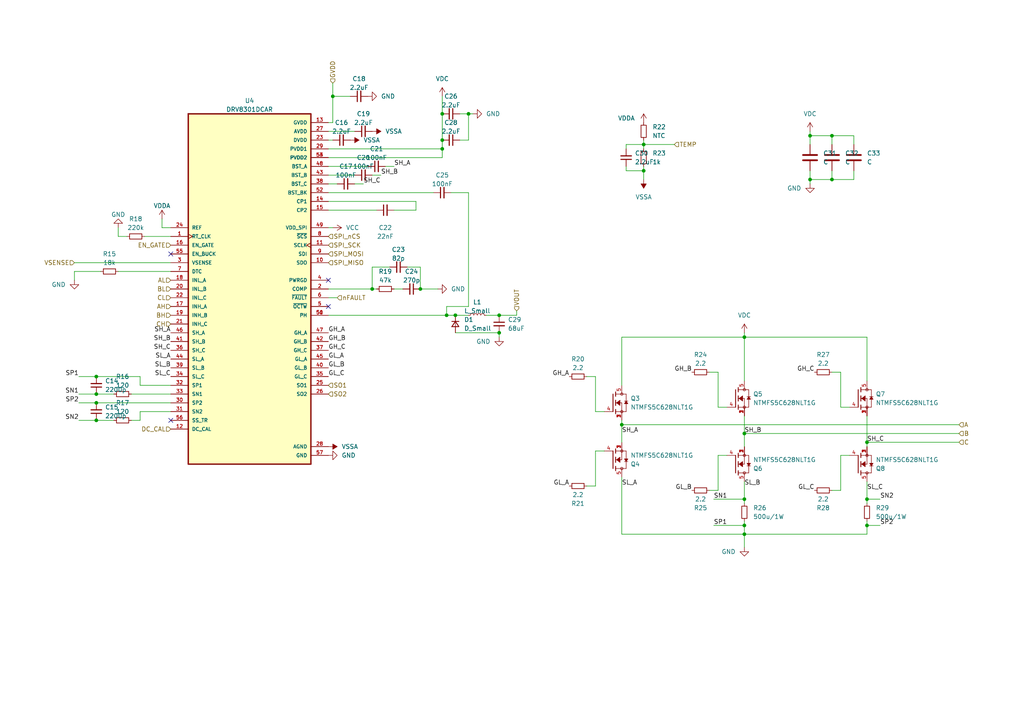
<source format=kicad_sch>
(kicad_sch (version 20230121) (generator eeschema)
  (paper "A4")
  (lib_symbols
    (symbol "DRV8301DCAR:DRV8301DCAR" (pin_names (offset 1.016))
      (property "Reference" "U" (at -17.8203 51.9275 0))
      (property "Value" "DRV8301DCAR" (at -17.8075 -54.8929 0))
      (symbol "DRV8301DCAR_0_0"
        (rectangle (start -17.78 -50.8) (end 17.78 50.8) (stroke (width 0.41)) (fill (type background)))
        (pin input clock (at -22.86 15.24 0) (length 5.08) (name "RT_CLK") (number "1"))
        (pin output line (at 22.86 7.62 180) (length 5.08) (name "SDO") (number "10"))
        (pin input clock (at 22.86 12.7 180) (length 5.08) (name "SCLK") (number "11"))
        (pin input line (at -22.86 -40.64 0) (length 5.08) (name "DC_CAL") (number "12"))
        (pin power_in line (at 22.86 48.26 180) (length 5.08) (name "GVDD") (number "13"))
        (pin power_in line (at 22.86 25.4 180) (length 5.08) (name "CP1") (number "14"))
        (pin power_in line (at 22.86 22.86 180) (length 5.08) (name "CP2") (number "15"))
        (pin input line (at -22.86 12.7 0) (length 5.08) (name "EN_GATE") (number "16"))
        (pin input line (at -22.86 -5.08 0) (length 5.08) (name "INH_A") (number "17"))
        (pin input line (at -22.86 2.54 0) (length 5.08) (name "INL_A") (number "18"))
        (pin input line (at -22.86 -7.62 0) (length 5.08) (name "INH_B") (number "19"))
        (pin output line (at 22.86 0 180) (length 5.08) (name "COMP") (number "2"))
        (pin input line (at -22.86 0 0) (length 5.08) (name "INL_B") (number "20"))
        (pin input line (at -22.86 -10.16 0) (length 5.08) (name "INH_C") (number "21"))
        (pin input line (at -22.86 -2.54 0) (length 5.08) (name "INL_C") (number "22"))
        (pin power_in line (at 22.86 43.18 180) (length 5.08) (name "DVDD") (number "23"))
        (pin input line (at -22.86 17.78 0) (length 5.08) (name "REF") (number "24"))
        (pin output line (at 22.86 -27.94 180) (length 5.08) (name "SO1") (number "25"))
        (pin output line (at 22.86 -30.48 180) (length 5.08) (name "SO2") (number "26"))
        (pin power_in line (at 22.86 45.72 180) (length 5.08) (name "AVDD") (number "27"))
        (pin power_in line (at 22.86 -45.72 180) (length 5.08) (name "AGND") (number "28"))
        (pin power_in line (at 22.86 40.64 180) (length 5.08) (name "PVDD1") (number "29"))
        (pin input line (at -22.86 7.62 0) (length 5.08) (name "VSENSE") (number "3"))
        (pin input line (at -22.86 -33.02 0) (length 5.08) (name "SP2") (number "30"))
        (pin input line (at -22.86 -35.56 0) (length 5.08) (name "SN2") (number "31"))
        (pin input line (at -22.86 -27.94 0) (length 5.08) (name "SP1") (number "32"))
        (pin input line (at -22.86 -30.48 0) (length 5.08) (name "SN1") (number "33"))
        (pin input line (at -22.86 -25.4 0) (length 5.08) (name "SL_C") (number "34"))
        (pin output line (at 22.86 -25.4 180) (length 5.08) (name "GL_C") (number "35"))
        (pin input line (at -22.86 -17.78 0) (length 5.08) (name "SH_C") (number "36"))
        (pin output line (at 22.86 -17.78 180) (length 5.08) (name "GH_C") (number "37"))
        (pin power_in line (at 22.86 30.48 180) (length 5.08) (name "BST_C") (number "38"))
        (pin input line (at -22.86 -22.86 0) (length 5.08) (name "SL_B") (number "39"))
        (pin output line (at 22.86 2.54 180) (length 5.08) (name "PWRGD") (number "4"))
        (pin output line (at 22.86 -22.86 180) (length 5.08) (name "GL_B") (number "40"))
        (pin input line (at -22.86 -15.24 0) (length 5.08) (name "SH_B") (number "41"))
        (pin output line (at 22.86 -15.24 180) (length 5.08) (name "GH_B") (number "42"))
        (pin power_in line (at 22.86 33.02 180) (length 5.08) (name "BST_B") (number "43"))
        (pin input line (at -22.86 -20.32 0) (length 5.08) (name "SL_A") (number "44"))
        (pin output line (at 22.86 -20.32 180) (length 5.08) (name "GL_A") (number "45"))
        (pin input line (at -22.86 -12.7 0) (length 5.08) (name "SH_A") (number "46"))
        (pin output line (at 22.86 -12.7 180) (length 5.08) (name "GH_A") (number "47"))
        (pin power_in line (at 22.86 35.56 180) (length 5.08) (name "BST_A") (number "48"))
        (pin input line (at 22.86 17.78 180) (length 5.08) (name "VDD_SPI") (number "49"))
        (pin output line (at 22.86 -5.08 180) (length 5.08) (name "~{OCTW}") (number "5"))
        (pin output line (at 22.86 -7.62 180) (length 5.08) (name "PH") (number "50"))
        (pin output line (at 22.86 -7.62 180) (length 5.08) (name "PH") (number "51"))
        (pin power_in line (at 22.86 27.94 180) (length 5.08) (name "BST_BK") (number "52"))
        (pin power_in line (at 22.86 38.1 180) (length 5.08) (name "PVDD2") (number "53"))
        (pin power_in line (at 22.86 38.1 180) (length 5.08) (name "PVDD2") (number "54"))
        (pin input line (at -22.86 10.16 0) (length 5.08) (name "EN_BUCK") (number "55"))
        (pin input line (at -22.86 -38.1 0) (length 5.08) (name "SS_TR") (number "56"))
        (pin power_in line (at 22.86 -48.26 180) (length 5.08) (name "GND") (number "57"))
        (pin output line (at 22.86 -2.54 180) (length 5.08) (name "~{FAULT}") (number "6"))
        (pin input line (at -22.86 5.08 0) (length 5.08) (name "DTC") (number "7"))
        (pin input line (at 22.86 15.24 180) (length 5.08) (name "~{SCS}") (number "8"))
        (pin input line (at 22.86 10.16 180) (length 5.08) (name "SDI") (number "9"))
      )
    )
    (symbol "Device:C" (pin_numbers hide) (pin_names (offset 0.254))
      (property "Reference" "C" (at 0.635 2.54 0))
      (property "Value" "C" (at 0.635 -2.54 0))
      (symbol "C_0_1"
        (polyline (pts (xy -2.032 -0.762) (xy 2.032 -0.762)) (stroke (width 0.508)))
        (polyline (pts (xy -2.032 0.762) (xy 2.032 0.762)) (stroke (width 0.508)))
      )
      (symbol "C_1_1"
        (pin passive line (at 0 3.81 270) (length 2.794) (name "~") (number "1"))
        (pin passive line (at 0 -3.81 90) (length 2.794) (name "~") (number "2"))
      )
    )
    (symbol "Device:C_Small" (pin_numbers hide) (pin_names (offset 0.254) hide)
      (property "Reference" "C" (at 0.254 1.778 0))
      (property "Value" "C_Small" (at 0.254 -2.032 0))
      (symbol "C_Small_0_1"
        (polyline (pts (xy -1.524 -0.508) (xy 1.524 -0.508)) (stroke (width 0.3302)))
        (polyline (pts (xy -1.524 0.508) (xy 1.524 0.508)) (stroke (width 0.3048)))
      )
      (symbol "C_Small_1_1"
        (pin passive line (at 0 2.54 270) (length 2.032) (name "~") (number "1"))
        (pin passive line (at 0 -2.54 90) (length 2.032) (name "~") (number "2"))
      )
    )
    (symbol "Device:D_Small" (pin_numbers hide) (pin_names (offset 0.254) hide)
      (property "Reference" "D" (at -1.27 2.032 0))
      (property "Value" "D_Small" (at -3.81 -2.032 0))
      (symbol "D_Small_0_1"
        (polyline (pts (xy -0.762 -1.016) (xy -0.762 1.016)) (stroke (width 0.254)))
        (polyline (pts (xy -0.762 0) (xy 0.762 0)))
        (polyline (pts (xy 0.762 -1.016) (xy -0.762 0) (xy 0.762 1.016) (xy 0.762 -1.016)) (stroke (width 0.254)))
      )
      (symbol "D_Small_1_1"
        (pin passive line (at -2.54 0 0) (length 1.778) (name "K") (number "1"))
        (pin passive line (at 2.54 0 180) (length 1.778) (name "A") (number "2"))
      )
    )
    (symbol "Device:L_Small" (pin_numbers hide) (pin_names (offset 0.254) hide)
      (property "Reference" "L" (at 0.762 1.016 0))
      (property "Value" "L_Small" (at 0.762 -1.016 0))
      (symbol "L_Small_0_1"
        (arc (start 0 -2.032) (mid 0.5058 -1.524) (end 0 -1.016))
        (arc (start 0 -1.016) (mid 0.5058 -0.508) (end 0 0))
        (arc (start 0 0) (mid 0.5058 0.508) (end 0 1.016))
        (arc (start 0 1.016) (mid 0.5058 1.524) (end 0 2.032))
      )
      (symbol "L_Small_1_1"
        (pin passive line (at 0 2.54 270) (length 0.508) (name "~") (number "1"))
        (pin passive line (at 0 -2.54 90) (length 0.508) (name "~") (number "2"))
      )
    )
    (symbol "Device:R_Small" (pin_numbers hide) (pin_names (offset 0.254) hide)
      (property "Reference" "R" (at 0.762 0.508 0))
      (property "Value" "R_Small" (at 0.762 -1.016 0))
      (symbol "R_Small_0_1"
        (rectangle (start -0.762 1.778) (end 0.762 -1.778) (stroke (width 0.2032)))
      )
      (symbol "R_Small_1_1"
        (pin passive line (at 0 2.54 270) (length 0.762) (name "~") (number "1"))
        (pin passive line (at 0 -2.54 90) (length 0.762) (name "~") (number "2"))
      )
    )
    (symbol "NTMFS5C628NLT1G:NTMFS5C628NLT1G" (pin_names (offset 1.016))
      (property "Reference" "Q" (at -11.43 2.54 0))
      (property "Value" "NTMFS5C628NLT1G" (at -11.43 -7.62 0))
      (symbol "NTMFS5C628NLT1G_0_0"
        (circle (center 0 -2.54) (radius 0.3592))
        (polyline (pts (xy -2.54 2.54) (xy -2.54 -2.54)) (stroke (width 0.254)))
        (polyline (pts (xy -1.778 -2.54) (xy -1.778 -3.175)) (stroke (width 0.254)))
        (polyline (pts (xy -1.778 -1.905) (xy -1.778 -2.54)) (stroke (width 0.254)))
        (polyline (pts (xy -1.778 0) (xy -1.778 -0.762)) (stroke (width 0.254)))
        (polyline (pts (xy -1.778 0) (xy 0 0)) (stroke (width 0.1524)))
        (polyline (pts (xy -1.778 0.762) (xy -1.778 0)) (stroke (width 0.254)))
        (polyline (pts (xy -1.778 2.54) (xy -1.778 1.905)) (stroke (width 0.254)))
        (polyline (pts (xy -1.778 2.54) (xy 1.27 2.54)) (stroke (width 0.1524)))
        (polyline (pts (xy -1.778 3.175) (xy -1.778 2.54)) (stroke (width 0.254)))
        (polyline (pts (xy 0 -2.54) (xy -1.778 -2.54)) (stroke (width 0.1524)))
        (polyline (pts (xy 0 -2.54) (xy 1.27 -2.54)) (stroke (width 0.1524)))
        (polyline (pts (xy 0 0) (xy 0 -2.54)) (stroke (width 0.1524)))
        (polyline (pts (xy 1.27 0.508) (xy 0.762 0.508)) (stroke (width 0.1524)))
        (polyline (pts (xy 1.27 0.508) (xy 1.27 -2.54)) (stroke (width 0.1524)))
        (polyline (pts (xy 1.27 2.54) (xy 1.27 0.508)) (stroke (width 0.1524)))
        (polyline (pts (xy 1.778 0.508) (xy 1.27 0.508)) (stroke (width 0.1524)))
        (polyline (pts (xy -1.524 0) (xy -0.508 0.762) (xy -0.508 -0.762) (xy -1.524 0)) (stroke (width 0.1524)) (fill (type outline)))
        (polyline (pts (xy 1.27 0.508) (xy 0.762 -0.254) (xy 1.778 -0.254) (xy 1.27 0.508)) (stroke (width 0.1524)) (fill (type outline)))
        (circle (center 0 2.54) (radius 0.3592))
        (pin passive line (at 0 -5.08 90) (length 2.54) (name "~") (number "1"))
        (pin passive line (at 0 -5.08 90) (length 2.54) (name "~") (number "2"))
        (pin passive line (at 0 -5.08 90) (length 2.54) (name "~") (number "3"))
        (pin passive line (at -5.08 -2.54 0) (length 2.54) (name "~") (number "4"))
        (pin passive line (at 0 5.08 270) (length 2.54) (name "~") (number "5"))
      )
    )
    (symbol "power:GND" (power) (pin_names (offset 0))
      (property "Value" "GND" (at 0 -3.81 0))
      (symbol "GND_0_1"
        (polyline (pts (xy 0 0) (xy 0 -1.27) (xy 1.27 -1.27) (xy 0 -2.54) (xy -1.27 -1.27) (xy 0 -1.27)))
      )
      (symbol "GND_1_1"
        (pin power_in line (at 0 0 270) (length 0) hide (name "GND") (number "1"))
      )
    )
    (symbol "power:VCC" (power) (pin_names (offset 0))
      (property "Value" "VCC" (at 0 3.81 0))
      (symbol "VCC_0_1"
        (polyline (pts (xy -0.762 1.27) (xy 0 2.54)))
        (polyline (pts (xy 0 0) (xy 0 2.54)))
        (polyline (pts (xy 0 2.54) (xy 0.762 1.27)))
      )
      (symbol "VCC_1_1"
        (pin power_in line (at 0 0 90) (length 0) hide (name "VCC") (number "1"))
      )
    )
    (symbol "power:VDC" (power) (pin_names (offset 0))
      (property "Value" "VDC" (at 0 6.35 0))
      (symbol "VDC_0_1"
        (polyline (pts (xy -0.762 1.27) (xy 0 2.54)))
        (polyline (pts (xy 0 0) (xy 0 2.54)))
        (polyline (pts (xy 0 2.54) (xy 0.762 1.27)))
      )
      (symbol "VDC_1_1"
        (pin power_in line (at 0 0 90) (length 0) hide (name "VDC") (number "1"))
      )
    )
    (symbol "power:VDDA" (power) (pin_names (offset 0))
      (property "Value" "VDDA" (at 0 3.81 0))
      (symbol "VDDA_0_1"
        (polyline (pts (xy -0.762 1.27) (xy 0 2.54)))
        (polyline (pts (xy 0 0) (xy 0 2.54)))
        (polyline (pts (xy 0 2.54) (xy 0.762 1.27)))
      )
      (symbol "VDDA_1_1"
        (pin power_in line (at 0 0 90) (length 0) hide (name "VDDA") (number "1"))
      )
    )
    (symbol "power:VSSA" (power) (pin_names (offset 0))
      (property "Value" "VSSA" (at 0 3.81 0))
      (symbol "VSSA_0_1"
        (polyline (pts (xy 0 0) (xy 0 2.54)))
        (polyline (pts (xy 0.762 1.27) (xy -0.762 1.27) (xy 0 2.54) (xy 0.762 1.27)) (fill (type outline)))
      )
      (symbol "VSSA_1_1"
        (pin power_in line (at 0 0 90) (length 0) hide (name "VSSA") (number "1"))
      )
    )
  )
  (junction (at 215.9 144.78))
  (junction (at 215.9 125.73))
  (junction (at 96.52 27.94))
  (junction (at 27.94 121.92))
  (junction (at 251.46 128.27))
  (junction (at 241.3 52.07))
  (junction (at 234.95 39.37))
  (junction (at 180.34 123.19))
  (junction (at 186.69 49.53))
  (junction (at 215.9 152.4))
  (junction (at 251.46 152.4))
  (junction (at 107.95 83.82))
  (junction (at 144.78 91.44))
  (junction (at 132.08 91.44))
  (junction (at 27.94 109.22))
  (junction (at 135.89 33.02))
  (junction (at 215.9 97.79))
  (junction (at 128.27 40.64))
  (junction (at 241.3 39.37))
  (junction (at 121.92 83.82))
  (junction (at 27.94 116.84))
  (junction (at 128.27 43.18))
  (junction (at 234.95 52.07))
  (junction (at 128.27 33.02))
  (junction (at 129.54 91.44))
  (junction (at 215.9 154.94))
  (junction (at 144.78 96.52))
  (junction (at 27.94 114.3))
  (junction (at 251.46 144.78))
  (junction (at 186.69 41.91))
  (no_connect (at 95.25 88.9))
  (no_connect (at 95.25 81.28))
  (no_connect (at 49.53 73.66))
  (no_connect (at 49.53 121.92))
  (wire (pts (xy 128.27 27.94) (xy 128.27 33.02)))
  (wire (pts (xy 128.27 33.02) (xy 128.27 40.64)))
  (wire (pts (xy 95.25 83.82) (xy 107.95 83.82)))
  (wire (pts (xy 241.3 39.37) (xy 234.95 39.37)))
  (wire (pts (xy 95.25 35.56) (xy 96.52 35.56)))
  (wire (pts (xy 149.86 90.17) (xy 149.86 91.44)))
  (wire (pts (xy 49.53 66.04) (xy 46.99 66.04)))
  (wire (pts (xy 180.34 97.79) (xy 215.9 97.79)))
  (wire (pts (xy 180.34 111.76) (xy 180.34 97.79)))
  (wire (pts (xy 251.46 120.65) (xy 251.46 128.27)))
  (wire (pts (xy 38.1 114.3) (xy 49.53 114.3)))
  (wire (pts (xy 140.97 91.44) (xy 144.78 91.44)))
  (wire (pts (xy 208.28 132.08) (xy 210.82 132.08)))
  (wire (pts (xy 205.74 142.24) (xy 208.28 142.24)))
  (wire (pts (xy 22.86 116.84) (xy 27.94 116.84)))
  (wire (pts (xy 118.11 77.47) (xy 121.92 77.47)))
  (wire (pts (xy 251.46 154.94) (xy 215.9 154.94)))
  (wire (pts (xy 120.65 58.42) (xy 95.25 58.42)))
  (wire (pts (xy 215.9 120.65) (xy 215.9 125.73)))
  (wire (pts (xy 215.9 152.4) (xy 215.9 154.94)))
  (wire (pts (xy 96.52 27.94) (xy 96.52 24.13)))
  (wire (pts (xy 128.27 40.64) (xy 128.27 43.18)))
  (wire (pts (xy 186.69 49.53) (xy 186.69 52.07)))
  (wire (pts (xy 172.72 130.81) (xy 175.26 130.81)))
  (wire (pts (xy 186.69 49.53) (xy 186.69 48.26)))
  (wire (pts (xy 172.72 109.22) (xy 172.72 119.38)))
  (wire (pts (xy 40.64 121.92) (xy 40.64 119.38)))
  (wire (pts (xy 27.94 114.3) (xy 33.02 114.3)))
  (wire (pts (xy 181.61 49.53) (xy 186.69 49.53)))
  (wire (pts (xy 132.08 91.44) (xy 135.89 91.44)))
  (wire (pts (xy 243.84 132.08) (xy 246.38 132.08)))
  (wire (pts (xy 241.3 52.07) (xy 247.65 52.07)))
  (wire (pts (xy 97.79 86.36) (xy 95.25 86.36)))
  (wire (pts (xy 22.86 114.3) (xy 27.94 114.3)))
  (wire (pts (xy 243.84 118.11) (xy 246.38 118.11)))
  (wire (pts (xy 107.95 83.82) (xy 109.22 83.82)))
  (wire (pts (xy 180.34 123.19) (xy 180.34 128.27)))
  (wire (pts (xy 129.54 88.9) (xy 129.54 91.44)))
  (wire (pts (xy 27.94 109.22) (xy 40.64 109.22)))
  (wire (pts (xy 172.72 119.38) (xy 175.26 119.38)))
  (wire (pts (xy 205.74 107.95) (xy 208.28 107.95)))
  (wire (pts (xy 27.94 121.92) (xy 33.02 121.92)))
  (wire (pts (xy 120.65 60.96) (xy 120.65 58.42)))
  (wire (pts (xy 95.25 66.04) (xy 96.52 66.04)))
  (wire (pts (xy 105.41 53.34) (xy 102.87 53.34)))
  (wire (pts (xy 107.95 77.47) (xy 107.95 83.82)))
  (wire (pts (xy 34.29 68.58) (xy 34.29 66.04)))
  (wire (pts (xy 251.46 152.4) (xy 251.46 154.94)))
  (wire (pts (xy 208.28 107.95) (xy 208.28 118.11)))
  (wire (pts (xy 241.3 107.95) (xy 243.84 107.95)))
  (wire (pts (xy 101.6 27.94) (xy 96.52 27.94)))
  (wire (pts (xy 132.08 96.52) (xy 144.78 96.52)))
  (wire (pts (xy 251.46 144.78) (xy 251.46 146.05)))
  (wire (pts (xy 135.89 33.02) (xy 135.89 40.64)))
  (wire (pts (xy 186.69 41.91) (xy 195.58 41.91)))
  (wire (pts (xy 180.34 121.92) (xy 180.34 123.19)))
  (wire (pts (xy 251.46 110.49) (xy 251.46 97.79)))
  (wire (pts (xy 247.65 49.53) (xy 247.65 52.07)))
  (wire (pts (xy 207.01 152.4) (xy 215.9 152.4)))
  (wire (pts (xy 29.21 78.74) (xy 21.59 78.74)))
  (wire (pts (xy 135.89 88.9) (xy 129.54 88.9)))
  (wire (pts (xy 96.52 35.56) (xy 96.52 27.94)))
  (wire (pts (xy 21.59 78.74) (xy 21.59 81.28)))
  (wire (pts (xy 121.92 77.47) (xy 121.92 83.82)))
  (wire (pts (xy 96.52 40.64) (xy 95.25 40.64)))
  (wire (pts (xy 180.34 138.43) (xy 180.34 154.94)))
  (wire (pts (xy 180.34 123.19) (xy 278.13 123.19)))
  (wire (pts (xy 208.28 118.11) (xy 210.82 118.11)))
  (wire (pts (xy 241.3 52.07) (xy 234.95 52.07)))
  (wire (pts (xy 95.25 60.96) (xy 109.22 60.96)))
  (wire (pts (xy 135.89 55.88) (xy 135.89 88.9)))
  (wire (pts (xy 144.78 96.52) (xy 144.78 97.79)))
  (wire (pts (xy 46.99 66.04) (xy 46.99 63.5)))
  (wire (pts (xy 234.95 39.37) (xy 234.95 41.91)))
  (wire (pts (xy 181.61 48.26) (xy 181.61 49.53)))
  (wire (pts (xy 21.59 76.2) (xy 49.53 76.2)))
  (wire (pts (xy 234.95 52.07) (xy 234.95 53.34)))
  (wire (pts (xy 251.46 151.13) (xy 251.46 152.4)))
  (wire (pts (xy 95.25 43.18) (xy 128.27 43.18)))
  (wire (pts (xy 95.25 91.44) (xy 129.54 91.44)))
  (wire (pts (xy 181.61 41.91) (xy 186.69 41.91)))
  (wire (pts (xy 113.03 77.47) (xy 107.95 77.47)))
  (wire (pts (xy 170.18 140.97) (xy 172.72 140.97)))
  (wire (pts (xy 40.64 111.76) (xy 40.64 109.22)))
  (wire (pts (xy 215.9 97.79) (xy 251.46 97.79)))
  (wire (pts (xy 186.69 41.91) (xy 186.69 43.18)))
  (wire (pts (xy 130.81 55.88) (xy 135.89 55.88)))
  (wire (pts (xy 27.94 121.92) (xy 22.86 121.92)))
  (wire (pts (xy 27.94 109.22) (xy 22.86 109.22)))
  (wire (pts (xy 172.72 140.97) (xy 172.72 130.81)))
  (wire (pts (xy 234.95 38.1) (xy 234.95 39.37)))
  (wire (pts (xy 40.64 119.38) (xy 49.53 119.38)))
  (wire (pts (xy 243.84 142.24) (xy 243.84 132.08)))
  (wire (pts (xy 38.1 121.92) (xy 40.64 121.92)))
  (wire (pts (xy 215.9 97.79) (xy 215.9 110.49)))
  (wire (pts (xy 129.54 91.44) (xy 132.08 91.44)))
  (wire (pts (xy 34.29 78.74) (xy 49.53 78.74)))
  (wire (pts (xy 186.69 40.64) (xy 186.69 41.91)))
  (wire (pts (xy 215.9 154.94) (xy 215.9 158.75)))
  (wire (pts (xy 128.27 45.72) (xy 128.27 43.18)))
  (wire (pts (xy 41.91 68.58) (xy 49.53 68.58)))
  (wire (pts (xy 243.84 107.95) (xy 243.84 118.11)))
  (wire (pts (xy 247.65 41.91) (xy 247.65 39.37)))
  (wire (pts (xy 135.89 33.02) (xy 137.16 33.02)))
  (wire (pts (xy 27.94 116.84) (xy 49.53 116.84)))
  (wire (pts (xy 95.25 38.1) (xy 102.87 38.1)))
  (wire (pts (xy 215.9 125.73) (xy 278.13 125.73)))
  (wire (pts (xy 114.3 48.26) (xy 111.76 48.26)))
  (wire (pts (xy 215.9 97.79) (xy 215.9 96.52)))
  (wire (pts (xy 149.86 91.44) (xy 144.78 91.44)))
  (wire (pts (xy 180.34 154.94) (xy 215.9 154.94)))
  (wire (pts (xy 95.25 50.8) (xy 102.87 50.8)))
  (wire (pts (xy 241.3 142.24) (xy 243.84 142.24)))
  (wire (pts (xy 251.46 128.27) (xy 278.13 128.27)))
  (wire (pts (xy 120.65 60.96) (xy 114.3 60.96)))
  (wire (pts (xy 95.25 53.34) (xy 97.79 53.34)))
  (wire (pts (xy 114.3 83.82) (xy 116.84 83.82)))
  (wire (pts (xy 110.49 50.8) (xy 107.95 50.8)))
  (wire (pts (xy 255.27 144.78) (xy 251.46 144.78)))
  (wire (pts (xy 95.25 45.72) (xy 128.27 45.72)))
  (wire (pts (xy 121.92 83.82) (xy 127 83.82)))
  (wire (pts (xy 170.18 109.22) (xy 172.72 109.22)))
  (wire (pts (xy 133.35 33.02) (xy 135.89 33.02)))
  (wire (pts (xy 215.9 139.7) (xy 215.9 144.78)))
  (wire (pts (xy 95.25 55.88) (xy 125.73 55.88)))
  (wire (pts (xy 49.53 111.76) (xy 40.64 111.76)))
  (wire (pts (xy 95.25 48.26) (xy 106.68 48.26)))
  (wire (pts (xy 215.9 125.73) (xy 215.9 129.54)))
  (wire (pts (xy 207.01 144.78) (xy 215.9 144.78)))
  (wire (pts (xy 251.46 128.27) (xy 251.46 129.54)))
  (wire (pts (xy 255.27 152.4) (xy 251.46 152.4)))
  (wire (pts (xy 215.9 144.78) (xy 215.9 146.05)))
  (wire (pts (xy 215.9 151.13) (xy 215.9 152.4)))
  (wire (pts (xy 241.3 41.91) (xy 241.3 39.37)))
  (wire (pts (xy 241.3 49.53) (xy 241.3 52.07)))
  (wire (pts (xy 36.83 68.58) (xy 34.29 68.58)))
  (wire (pts (xy 234.95 49.53) (xy 234.95 52.07)))
  (wire (pts (xy 251.46 139.7) (xy 251.46 144.78)))
  (wire (pts (xy 241.3 39.37) (xy 247.65 39.37)))
  (wire (pts (xy 208.28 142.24) (xy 208.28 132.08)))
  (wire (pts (xy 133.35 40.64) (xy 135.89 40.64)))
  (wire (pts (xy 181.61 43.18) (xy 181.61 41.91)))
  (label "GL_A" (at 165.1 140.97 180))
  (label "GH_C" (at 95.25 101.6 0))
  (label "SN2" (at 255.27 144.78 0))
  (label "GH_A" (at 165.1 109.22 180))
  (label "GL_A" (at 95.25 104.14 0))
  (label "SP1" (at 22.86 109.22 180))
  (label "SH_C" (at 49.53 101.6 180))
  (label "SH_A" (at 49.53 96.52 180))
  (label "SL_C" (at 251.46 142.24 0))
  (label "GL_B" (at 95.25 106.68 0))
  (label "SN2" (at 22.86 121.92 180))
  (label "GH_C" (at 236.22 107.95 180))
  (label "GH_B" (at 95.25 99.06 0))
  (label "SH_A" (at 180.34 125.73 0))
  (label "SH_A" (at 114.3 48.26 0))
  (label "GH_A" (at 95.25 96.52 0))
  (label "GH_B" (at 200.66 107.95 180))
  (label "SL_A" (at 49.53 104.14 180))
  (label "SL_B" (at 49.53 106.68 180))
  (label "SH_B" (at 215.9 125.73 0))
  (label "SN1" (at 22.86 114.3 180))
  (label "SL_B" (at 215.9 140.97 0))
  (label "SH_B" (at 49.53 99.06 180))
  (label "SP1" (at 207.01 152.4 0))
  (label "GL_B" (at 200.66 142.24 180))
  (label "SP2" (at 22.86 116.84 180))
  (label "GL_C" (at 236.22 142.24 180))
  (label "SH_C" (at 105.41 53.34 0))
  (label "SN1" (at 207.01 144.78 0))
  (label "SL_A" (at 180.34 140.97 0))
  (label "SH_C" (at 251.46 128.27 0))
  (label "GL_C" (at 95.25 109.22 0))
  (label "SP2" (at 255.27 152.4 0))
  (label "SH_B" (at 110.49 50.8 0))
  (label "SL_C" (at 49.53 109.22 180))
  (hierarchical_label "EN_GATE" (shape input) (at 49.53 71.12 180))
  (hierarchical_label "TEMP" (shape input) (at 195.58 41.91 0))
  (hierarchical_label "BL" (shape input) (at 49.53 83.82 180))
  (hierarchical_label "SPI_nCS" (shape input) (at 95.25 68.58 0))
  (hierarchical_label "SO1" (shape input) (at 95.25 111.76 0))
  (hierarchical_label "SPI_SCK" (shape input) (at 95.25 71.12 0))
  (hierarchical_label "SO2" (shape input) (at 95.25 114.3 0))
  (hierarchical_label "CL" (shape input) (at 49.53 86.36 180))
  (hierarchical_label "BH" (shape input) (at 49.53 91.44 180))
  (hierarchical_label "B" (shape input) (at 278.13 125.73 0))
  (hierarchical_label "SPI_MOSI" (shape input) (at 95.25 73.66 0))
  (hierarchical_label "DC_CAL" (shape input) (at 49.53 124.46 180))
  (hierarchical_label "VSENSE" (shape input) (at 21.59 76.2 180))
  (hierarchical_label "CH" (shape input) (at 49.53 93.98 180))
  (hierarchical_label "AH" (shape input) (at 49.53 88.9 180))
  (hierarchical_label "nFAULT" (shape input) (at 97.79 86.36 0))
  (hierarchical_label "A" (shape input) (at 278.13 123.19 0))
  (hierarchical_label "GVDD" (shape input) (at 96.52 24.13 90))
  (hierarchical_label "C" (shape input) (at 278.13 128.27 0))
  (hierarchical_label "AL" (shape input) (at 49.53 81.28 180))
  (hierarchical_label "SPI_MISO" (shape input) (at 95.25 76.2 0))
  (hierarchical_label "VOUT" (shape input) (at 149.86 90.17 90))
  (symbol (lib_id "Device:C") (at 247.65 45.72 0) (unit 1)
    (property "Reference" "C33" (at 251.46 44.45 0) (effects (justify left)))
    (property "Value" "C" (at 251.46 46.99 0) (effects (justify left)))
    (property "Footprint" "Capacitor_SMD:C_1206_3216Metric" (effects hide))
    (instances (project "ODrive" (path "" (reference "C33") (unit 1)) (path "" (reference "C53") (unit 1))))
  )
  (symbol (lib_id "NTMFS5C628NLT1G:NTMFS5C628NLT1G") (at 251.46 134.62 0) (mirror x) (unit 1)
    (property "Reference" "Q8" (at 254 135.89 0) (effects (justify left)))
    (property "Value" "NTMFS5C628NLT1G" (at 254 133.35 0) (effects (justify left)))
    (property "Footprint" "lib:TRANS_NTMFS5C628NLT1G" (effects hide))
    (property "MF" "ON Semiconductor" (effects hide))
    (property "MAXIMUM_PACKAGE_HEIGHT" "1.1 mm" (effects hide))
    (property "Package" "SO-8 ON Semiconductor" (effects hide))
    (property "Price" "None" (effects hide))
    (property "Check_prices" "https://www.snapeda.com/parts/NTMFS5C628NLT1G/Onsemi/view-part/?ref=eda" (effects hide))
    (property "STANDARD" "Manufacturer recommendations" (effects hide))
    (property "PARTREV" "1" (effects hide))
    (property "SnapEDA_Link" "https://www.snapeda.com/parts/NTMFS5C628NLT1G/Onsemi/view-part/?ref=snap" (effects hide))
    (property "MP" "NTMFS5C628NLT1G" (effects hide))
    (property "Description" "\nN-Channel 60 V 28A (Ta), 150A (Tc) 3.7W (Ta), 110W (Tc) Surface Mount 5-DFN (5x6) (8-SOFL)\n" (effects hide))
    (property "Availability" "In Stock" (effects hide))
    (property "MANUFACTURER" "ON Semiconductor" (effects hide))
    (instances (project "ODrive" (path "" (reference "Q8") (unit 1)) (path "" (reference "Q14") (unit 1))))
  )
  (symbol (lib_id "Device:R_Small") (at 186.69 38.1 180) (unit 1)
    (property "Reference" "R22" (at 189.23 36.83 0) (effects (justify right)))
    (property "Value" "NTC" (at 189.23 39.37 0) (effects (justify right)))
    (property "Footprint" "Resistor_SMD:R_0402_1005Metric" (effects hide))
    (instances (project "ODrive" (path "" (reference "R22") (unit 1)) (path "" (reference "R37") (unit 1))))
  )
  (symbol (lib_id "DRV8301DCAR:DRV8301DCAR") (at 72.39 83.82 0) (unit 1)
    (property "Reference" "U4" (at 72.39 29.21 0))
    (property "Value" "DRV8301DCAR" (at 72.39 31.75 0))
    (property "Footprint" "lib:SOP50P810X120-57N" (effects hide))
    (property "STNADARD" "IPC-7351B" (effects hide))
    (property "MF" "Texas Instruments" (effects hide))
    (property "SNAPEDA_PACKAGE_ID" "5591" (effects hide))
    (property "Package" "HTSSOP-56 Texas Instruments" (effects hide))
    (property "Price" "None" (effects hide))
    (property "Check_prices" "https://www.snapeda.com/parts/DRV8301DCAR/Texas+Instruments/view-part/?ref=eda" (effects hide))
    (property "PARTREV" "F" (effects hide))
    (property "SnapEDA_Link" "https://www.snapeda.com/parts/DRV8301DCAR/Texas+Instruments/view-part/?ref=snap" (effects hide))
    (property "MP" "DRV8301DCAR" (effects hide))
    (property "Purchase-URL" "https://www.snapeda.com/api/url_track_click_mouser/?unipart_id=46687&manufacturer=Texas Instruments&part_name=DRV8301DCAR&search_term=None" (effects hide))
    (property "Description" "\n65-V max 3-phase gate driver with buck regulator, current shunt amplifiers & SPI\n" (effects hide))
    (property "Availability" "In Stock" (effects hide))
    (property "MANUFACTURER" "Texas Instruments" (effects hide))
    (instances (project "ODrive" (path "" (reference "U4") (unit 1)) (path "" (reference "U5") (unit 1))))
  )
  (symbol (lib_id "Device:C_Small") (at 105.41 38.1 90) (unit 1)
    (property "Reference" "C19" (at 105.4163 33.02 90))
    (property "Value" "2.2uF" (at 105.4163 35.56 90))
    (property "Footprint" "Capacitor_SMD:C_0402_1005Metric" (effects hide))
    (instances (project "ODrive" (path "" (reference "C19") (unit 1)) (path "" (reference "C39") (unit 1))))
  )
  (symbol (lib_id "power:GND") (at 234.95 53.34 0) (unit 1)
    (property "Reference" "#PWR055" (effects hide))
    (property "Value" "GND" (at 232.41 54.61 0) (effects (justify right)))
    (instances (project "ODrive" (path "" (reference "#PWR055") (unit 1)) (path "" (reference "#PWR074") (unit 1))))
  )
  (symbol (lib_id "power:VDDA") (at 186.69 35.56 0) (unit 1)
    (property "Reference" "#PWR050" (effects hide))
    (property "Value" "VDDA" (at 184.15 34.29 0) (effects (justify right)))
    (instances (project "ODrive" (path "" (reference "#PWR050") (unit 1)) (path "" (reference "#PWR069") (unit 1))))
  )
  (symbol (lib_id "NTMFS5C628NLT1G:NTMFS5C628NLT1G") (at 215.9 115.57 0) (unit 1)
    (property "Reference" "Q5" (at 218.44 114.3 0) (effects (justify left)))
    (property "Value" "NTMFS5C628NLT1G" (at 218.44 116.84 0) (effects (justify left)))
    (property "Footprint" "lib:TRANS_NTMFS5C628NLT1G" (effects hide))
    (property "MF" "ON Semiconductor" (effects hide))
    (property "MAXIMUM_PACKAGE_HEIGHT" "1.1 mm" (effects hide))
    (property "Package" "SO-8 ON Semiconductor" (effects hide))
    (property "Price" "None" (effects hide))
    (property "Check_prices" "https://www.snapeda.com/parts/NTMFS5C628NLT1G/Onsemi/view-part/?ref=eda" (effects hide))
    (property "STANDARD" "Manufacturer recommendations" (effects hide))
    (property "PARTREV" "1" (effects hide))
    (property "SnapEDA_Link" "https://www.snapeda.com/parts/NTMFS5C628NLT1G/Onsemi/view-part/?ref=snap" (effects hide))
    (property "MP" "NTMFS5C628NLT1G" (effects hide))
    (property "Description" "\nN-Channel 60 V 28A (Ta), 150A (Tc) 3.7W (Ta), 110W (Tc) Surface Mount 5-DFN (5x6) (8-SOFL)\n" (effects hide))
    (property "Availability" "In Stock" (effects hide))
    (property "MANUFACTURER" "ON Semiconductor" (effects hide))
    (instances (project "ODrive" (path "" (reference "Q5") (unit 1)) (path "" (reference "Q11") (unit 1))))
  )
  (symbol (lib_id "power:VSSA") (at 95.25 129.54 270) (unit 1)
    (property "Reference" "#PWR040" (effects hide))
    (property "Value" "VSSA" (at 99.06 129.54 90) (effects (justify left)))
    (instances (project "ODrive" (path "" (reference "#PWR040") (unit 1)) (path "" (reference "#PWR059") (unit 1))))
  )
  (symbol (lib_id "power:GND") (at 144.78 97.79 0) (unit 1)
    (property "Reference" "#PWR049" (effects hide))
    (property "Value" "GND" (at 142.24 99.06 0) (effects (justify right)))
    (instances (project "ODrive" (path "" (reference "#PWR049") (unit 1)) (path "" (reference "#PWR068") (unit 1))))
  )
  (symbol (lib_id "Device:R_Small") (at 203.2 107.95 270) (unit 1)
    (property "Reference" "R24" (at 203.2 102.87 90))
    (property "Value" "2.2" (at 203.2 105.41 90))
    (property "Footprint" "Resistor_SMD:R_0402_1005Metric" (effects hide))
    (instances (project "ODrive" (path "" (reference "R24") (unit 1)) (path "" (reference "R39") (unit 1))))
  )
  (symbol (lib_id "Device:C_Small") (at 99.06 40.64 90) (unit 1)
    (property "Reference" "C16" (at 99.0663 35.56 90))
    (property "Value" "2.2uF" (at 99.0663 38.1 90))
    (property "Footprint" "Capacitor_SMD:C_0402_1005Metric" (effects hide))
    (instances (project "ODrive" (path "" (reference "C16") (unit 1)) (path "" (reference "C36") (unit 1))))
  )
  (symbol (lib_id "Device:C_Small") (at 27.94 111.76 180) (unit 1)
    (property "Reference" "C14" (at 30.48 110.4836 0) (effects (justify right)))
    (property "Value" "2200p" (at 30.48 113.0236 0) (effects (justify right)))
    (property "Footprint" "Capacitor_SMD:C_0402_1005Metric" (effects hide))
    (instances (project "ODrive" (path "" (reference "C14") (unit 1)) (path "" (reference "C34") (unit 1))))
  )
  (symbol (lib_id "NTMFS5C628NLT1G:NTMFS5C628NLT1G") (at 180.34 133.35 0) (mirror x) (unit 1)
    (property "Reference" "Q4" (at 182.88 134.62 0) (effects (justify left)))
    (property "Value" "NTMFS5C628NLT1G" (at 182.88 132.08 0) (effects (justify left)))
    (property "Footprint" "lib:TRANS_NTMFS5C628NLT1G" (effects hide))
    (property "MF" "ON Semiconductor" (effects hide))
    (property "MAXIMUM_PACKAGE_HEIGHT" "1.1 mm" (effects hide))
    (property "Package" "SO-8 ON Semiconductor" (effects hide))
    (property "Price" "None" (effects hide))
    (property "Check_prices" "https://www.snapeda.com/parts/NTMFS5C628NLT1G/Onsemi/view-part/?ref=eda" (effects hide))
    (property "STANDARD" "Manufacturer recommendations" (effects hide))
    (property "PARTREV" "1" (effects hide))
    (property "SnapEDA_Link" "https://www.snapeda.com/parts/NTMFS5C628NLT1G/Onsemi/view-part/?ref=snap" (effects hide))
    (property "MP" "NTMFS5C628NLT1G" (effects hide))
    (property "Description" "\nN-Channel 60 V 28A (Ta), 150A (Tc) 3.7W (Ta), 110W (Tc) Surface Mount 5-DFN (5x6) (8-SOFL)\n" (effects hide))
    (property "Availability" "In Stock" (effects hide))
    (property "MANUFACTURER" "ON Semiconductor" (effects hide))
    (instances (project "ODrive" (path "" (reference "Q4") (unit 1)) (path "" (reference "Q10") (unit 1))))
  )
  (symbol (lib_id "power:VSSA") (at 101.6 40.64 270) (unit 1)
    (property "Reference" "#PWR062" (effects hide))
    (property "Value" "VSSA" (at 105.41 40.64 90) (effects (justify left)))
    (instances (project "ODrive" (path "" (reference "#PWR062") (unit 1)) (path "" (reference "#PWR064") (unit 1))))
  )
  (symbol (lib_id "Device:R_Small") (at 238.76 142.24 270) (mirror x) (unit 1)
    (property "Reference" "R28" (at 238.76 147.32 90))
    (property "Value" "2.2" (at 238.76 144.78 90))
    (property "Footprint" "Resistor_SMD:R_0402_1005Metric" (effects hide))
    (instances (project "ODrive" (path "" (reference "R28") (unit 1)) (path "" (reference "R43") (unit 1))))
  )
  (symbol (lib_id "power:VSSA") (at 186.69 52.07 180) (unit 1)
    (property "Reference" "#PWR051" (effects hide))
    (property "Value" "VSSA" (at 186.69 57.15 0))
    (instances (project "ODrive" (path "" (reference "#PWR051") (unit 1)) (path "" (reference "#PWR070") (unit 1))))
  )
  (symbol (lib_id "power:VDC") (at 215.9 96.52 0) (unit 1)
    (property "Reference" "#PWR052" (effects hide))
    (property "Value" "VDC" (at 215.9 91.44 0))
    (instances (project "ODrive" (path "" (reference "#PWR052") (unit 1)) (path "" (reference "#PWR071") (unit 1))))
  )
  (symbol (lib_id "Device:R_Small") (at 39.37 68.58 270) (unit 1)
    (property "Reference" "R18" (at 39.37 63.5 90))
    (property "Value" "220k" (at 39.37 66.04 90))
    (property "Footprint" "Resistor_SMD:R_0402_1005Metric" (effects hide))
    (instances (project "ODrive" (path "" (reference "R18") (unit 1)) (path "" (reference "R33") (unit 1))))
  )
  (symbol (lib_id "Device:R_Small") (at 31.75 78.74 270) (unit 1)
    (property "Reference" "R15" (at 31.75 73.66 90))
    (property "Value" "18k" (at 31.75 76.2 90))
    (property "Footprint" "Resistor_SMD:R_0402_1005Metric" (effects hide))
    (instances (project "ODrive" (path "" (reference "R15") (unit 1)) (path "" (reference "R30") (unit 1))))
  )
  (symbol (lib_id "power:GND") (at 34.29 66.04 180) (unit 1)
    (property "Reference" "#PWR038" (effects hide))
    (property "Value" "GND" (at 34.29 62.23 0))
    (instances (project "ODrive" (path "" (reference "#PWR038") (unit 1)) (path "" (reference "#PWR057") (unit 1))))
  )
  (symbol (lib_id "Device:C_Small") (at 111.76 60.96 90) (unit 1)
    (property "Reference" "C22" (at 111.7663 66.04 90))
    (property "Value" "22nF" (at 111.7663 68.58 90))
    (property "Footprint" "Capacitor_SMD:C_0402_1005Metric" (effects hide))
    (instances (project "ODrive" (path "" (reference "C22") (unit 1)) (path "" (reference "C42") (unit 1))))
  )
  (symbol (lib_id "Device:C_Small") (at 128.27 55.88 90) (unit 1)
    (property "Reference" "C25" (at 128.2763 50.8 90))
    (property "Value" "100nF" (at 128.2763 53.34 90))
    (property "Footprint" "Capacitor_SMD:C_0402_1005Metric" (effects hide))
    (instances (project "ODrive" (path "" (reference "C25") (unit 1)) (path "" (reference "C45") (unit 1))))
  )
  (symbol (lib_id "Device:R_Small") (at 203.2 142.24 270) (mirror x) (unit 1)
    (property "Reference" "R25" (at 203.2 147.32 90))
    (property "Value" "2.2" (at 203.2 144.78 90))
    (property "Footprint" "Resistor_SMD:R_0402_1005Metric" (effects hide))
    (instances (project "ODrive" (path "" (reference "R25") (unit 1)) (path "" (reference "R40") (unit 1))))
  )
  (symbol (lib_id "power:GND") (at 106.68 27.94 90) (unit 1)
    (property "Reference" "#PWR044" (effects hide))
    (property "Value" "GND" (at 110.49 27.94 90) (effects (justify right)))
    (instances (project "ODrive" (path "" (reference "#PWR044") (unit 1)) (path "" (reference "#PWR063") (unit 1))))
  )
  (symbol (lib_id "NTMFS5C628NLT1G:NTMFS5C628NLT1G") (at 251.46 115.57 0) (unit 1)
    (property "Reference" "Q7" (at 254 114.3 0) (effects (justify left)))
    (property "Value" "NTMFS5C628NLT1G" (at 254 116.84 0) (effects (justify left)))
    (property "Footprint" "lib:TRANS_NTMFS5C628NLT1G" (effects hide))
    (property "MF" "ON Semiconductor" (effects hide))
    (property "MAXIMUM_PACKAGE_HEIGHT" "1.1 mm" (effects hide))
    (property "Package" "SO-8 ON Semiconductor" (effects hide))
    (property "Price" "None" (effects hide))
    (property "Check_prices" "https://www.snapeda.com/parts/NTMFS5C628NLT1G/Onsemi/view-part/?ref=eda" (effects hide))
    (property "STANDARD" "Manufacturer recommendations" (effects hide))
    (property "PARTREV" "1" (effects hide))
    (property "SnapEDA_Link" "https://www.snapeda.com/parts/NTMFS5C628NLT1G/Onsemi/view-part/?ref=snap" (effects hide))
    (property "MP" "NTMFS5C628NLT1G" (effects hide))
    (property "Description" "\nN-Channel 60 V 28A (Ta), 150A (Tc) 3.7W (Ta), 110W (Tc) Surface Mount 5-DFN (5x6) (8-SOFL)\n" (effects hide))
    (property "Availability" "In Stock" (effects hide))
    (property "MANUFACTURER" "ON Semiconductor" (effects hide))
    (instances (project "ODrive" (path "" (reference "Q7") (unit 1)) (path "" (reference "Q13") (unit 1))))
  )
  (symbol (lib_id "Device:C_Small") (at 104.14 27.94 90) (unit 1)
    (property "Reference" "C18" (at 104.1463 22.86 90))
    (property "Value" "2.2uF" (at 104.1463 25.4 90))
    (property "Footprint" "Capacitor_SMD:C_0402_1005Metric" (effects hide))
    (instances (project "ODrive" (path "" (reference "C18") (unit 1)) (path "" (reference "C38") (unit 1))))
  )
  (symbol (lib_id "Device:R_Small") (at 111.76 83.82 270) (unit 1)
    (property "Reference" "R19" (at 111.76 78.74 90))
    (property "Value" "47k" (at 111.76 81.28 90))
    (property "Footprint" "Resistor_SMD:R_0402_1005Metric" (effects hide))
    (instances (project "ODrive" (path "" (reference "R19") (unit 1)) (path "" (reference "R34") (unit 1))))
  )
  (symbol (lib_id "Device:C_Small") (at 130.81 40.64 270) (unit 1)
    (property "Reference" "C28" (at 130.8036 35.56 90))
    (property "Value" "2.2uF" (at 130.8036 38.1 90))
    (property "Footprint" "Capacitor_SMD:C_0402_1005Metric" (effects hide))
    (instances (project "ODrive" (path "" (reference "C28") (unit 1)) (path "" (reference "C48") (unit 1))))
  )
  (symbol (lib_id "power:GND") (at 215.9 158.75 0) (unit 1)
    (property "Reference" "#PWR053" (effects hide))
    (property "Value" "GND" (at 213.36 160.02 0) (effects (justify right)))
    (instances (project "ODrive" (path "" (reference "#PWR053") (unit 1)) (path "" (reference "#PWR072") (unit 1))))
  )
  (symbol (lib_id "power:GND") (at 137.16 33.02 90) (unit 1)
    (property "Reference" "#PWR048" (effects hide))
    (property "Value" "GND" (at 140.97 33.02 90) (effects (justify right)))
    (instances (project "ODrive" (path "" (reference "#PWR048") (unit 1)) (path "" (reference "#PWR067") (unit 1))))
  )
  (symbol (lib_id "Device:R_Small") (at 167.64 109.22 270) (unit 1)
    (property "Reference" "R20" (at 167.64 104.14 90))
    (property "Value" "2.2" (at 167.64 106.68 90))
    (property "Footprint" "Resistor_SMD:R_0402_1005Metric" (effects hide))
    (instances (project "ODrive" (path "" (reference "R20") (unit 1)) (path "" (reference "R35") (unit 1))))
  )
  (symbol (lib_id "Device:R_Small") (at 238.76 107.95 270) (unit 1)
    (property "Reference" "R27" (at 238.76 102.87 90))
    (property "Value" "2.2" (at 238.76 105.41 90))
    (property "Footprint" "Resistor_SMD:R_0402_1005Metric" (effects hide))
    (instances (project "ODrive" (path "" (reference "R27") (unit 1)) (path "" (reference "R42") (unit 1))))
  )
  (symbol (lib_id "Device:R_Small") (at 215.9 148.59 180) (unit 1)
    (property "Reference" "R26" (at 218.44 147.32 0) (effects (justify right)))
    (property "Value" "500u/1W" (at 218.44 149.86 0) (effects (justify right)))
    (property "Footprint" "Resistor_SMD:R_1206_3216Metric" (effects hide))
    (instances (project "ODrive" (path "" (reference "R26") (unit 1)) (path "" (reference "R41") (unit 1))))
  )
  (symbol (lib_id "NTMFS5C628NLT1G:NTMFS5C628NLT1G") (at 215.9 134.62 0) (mirror x) (unit 1)
    (property "Reference" "Q6" (at 218.44 135.89 0) (effects (justify left)))
    (property "Value" "NTMFS5C628NLT1G" (at 218.44 133.35 0) (effects (justify left)))
    (property "Footprint" "lib:TRANS_NTMFS5C628NLT1G" (effects hide))
    (property "MF" "ON Semiconductor" (effects hide))
    (property "MAXIMUM_PACKAGE_HEIGHT" "1.1 mm" (effects hide))
    (property "Package" "SO-8 ON Semiconductor" (effects hide))
    (property "Price" "None" (effects hide))
    (property "Check_prices" "https://www.snapeda.com/parts/NTMFS5C628NLT1G/Onsemi/view-part/?ref=eda" (effects hide))
    (property "STANDARD" "Manufacturer recommendations" (effects hide))
    (property "PARTREV" "1" (effects hide))
    (property "SnapEDA_Link" "https://www.snapeda.com/parts/NTMFS5C628NLT1G/Onsemi/view-part/?ref=snap" (effects hide))
    (property "MP" "NTMFS5C628NLT1G" (effects hide))
    (property "Description" "\nN-Channel 60 V 28A (Ta), 150A (Tc) 3.7W (Ta), 110W (Tc) Surface Mount 5-DFN (5x6) (8-SOFL)\n" (effects hide))
    (property "Availability" "In Stock" (effects hide))
    (property "MANUFACTURER" "ON Semiconductor" (effects hide))
    (instances (project "ODrive" (path "" (reference "Q6") (unit 1)) (path "" (reference "Q12") (unit 1))))
  )
  (symbol (lib_id "Device:R_Small") (at 35.56 121.92 270) (unit 1)
    (property "Reference" "R17" (at 35.56 116.84 90))
    (property "Value" "120" (at 35.56 119.38 90))
    (property "Footprint" "Resistor_SMD:R_0402_1005Metric" (effects hide))
    (instances (project "ODrive" (path "" (reference "R17") (unit 1)) (path "" (reference "R32") (unit 1))))
  )
  (symbol (lib_id "Device:C_Small") (at 100.33 53.34 90) (unit 1)
    (property "Reference" "C17" (at 100.3363 48.26 90))
    (property "Value" "100nF" (at 100.3363 50.8 90))
    (property "Footprint" "Capacitor_SMD:C_0402_1005Metric" (effects hide))
    (instances (project "ODrive" (path "" (reference "C17") (unit 1)) (path "" (reference "C37") (unit 1))))
  )
  (symbol (lib_id "Device:C_Small") (at 115.57 77.47 270) (unit 1)
    (property "Reference" "C23" (at 115.5636 72.39 90))
    (property "Value" "82p" (at 115.5636 74.93 90))
    (property "Footprint" "Capacitor_SMD:C_0402_1005Metric" (effects hide))
    (instances (project "ODrive" (path "" (reference "C23") (unit 1)) (path "" (reference "C43") (unit 1))))
  )
  (symbol (lib_id "Device:C") (at 241.3 45.72 0) (unit 1)
    (property "Reference" "C32" (at 245.11 44.45 0) (effects (justify left)))
    (property "Value" "C" (at 245.11 46.99 0) (effects (justify left)))
    (property "Footprint" "Capacitor_SMD:C_1206_3216Metric" (effects hide))
    (instances (project "ODrive" (path "" (reference "C32") (unit 1)) (path "" (reference "C52") (unit 1))))
  )
  (symbol (lib_id "Device:R_Small") (at 186.69 45.72 180) (unit 1)
    (property "Reference" "R23" (at 189.23 44.45 0) (effects (justify right)))
    (property "Value" "1k" (at 189.23 46.99 0) (effects (justify right)))
    (property "Footprint" "Resistor_SMD:R_0402_1005Metric" (effects hide))
    (instances (project "ODrive" (path "" (reference "R23") (unit 1)) (path "" (reference "R38") (unit 1))))
  )
  (symbol (lib_id "power:VDDA") (at 46.99 63.5 0) (unit 1)
    (property "Reference" "#PWR039" (effects hide))
    (property "Value" "VDDA" (at 46.99 59.69 0))
    (instances (project "ODrive" (path "" (reference "#PWR039") (unit 1)) (path "" (reference "#PWR058") (unit 1))))
  )
  (symbol (lib_id "Device:C_Small") (at 27.94 119.38 180) (unit 1)
    (property "Reference" "C15" (at 30.48 118.1036 0) (effects (justify right)))
    (property "Value" "2200p" (at 30.48 120.6436 0) (effects (justify right)))
    (property "Footprint" "Capacitor_SMD:C_0402_1005Metric" (effects hide))
    (instances (project "ODrive" (path "" (reference "C15") (unit 1)) (path "" (reference "C35") (unit 1))))
  )
  (symbol (lib_id "power:VDC") (at 128.27 27.94 0) (unit 1)
    (property "Reference" "#PWR047" (effects hide))
    (property "Value" "VDC" (at 128.27 22.86 0))
    (instances (project "ODrive" (path "" (reference "#PWR047") (unit 1)) (path "" (reference "#PWR066") (unit 1))))
  )
  (symbol (lib_id "Device:R_Small") (at 251.46 148.59 180) (unit 1)
    (property "Reference" "R29" (at 254 147.32 0) (effects (justify right)))
    (property "Value" "500u/1W" (at 254 149.86 0) (effects (justify right)))
    (property "Footprint" "Resistor_SMD:R_1206_3216Metric" (effects hide))
    (instances (project "ODrive" (path "" (reference "R29") (unit 1)) (path "" (reference "R44") (unit 1))))
  )
  (symbol (lib_id "power:VSSA") (at 107.95 38.1 270) (unit 1)
    (property "Reference" "#PWR043" (effects hide))
    (property "Value" "VSSA" (at 111.76 38.1 90) (effects (justify left)))
    (instances (project "ODrive" (path "" (reference "#PWR043") (unit 1)) (path "" (reference "#PWR045") (unit 1))))
  )
  (symbol (lib_id "NTMFS5C628NLT1G:NTMFS5C628NLT1G") (at 180.34 116.84 0) (unit 1)
    (property "Reference" "Q3" (at 182.88 115.57 0) (effects (justify left)))
    (property "Value" "NTMFS5C628NLT1G" (at 182.88 118.11 0) (effects (justify left)))
    (property "Footprint" "lib:TRANS_NTMFS5C628NLT1G" (effects hide))
    (property "MF" "ON Semiconductor" (effects hide))
    (property "MAXIMUM_PACKAGE_HEIGHT" "1.1 mm" (effects hide))
    (property "Package" "SO-8 ON Semiconductor" (effects hide))
    (property "Price" "None" (effects hide))
    (property "Check_prices" "https://www.snapeda.com/parts/NTMFS5C628NLT1G/Onsemi/view-part/?ref=eda" (effects hide))
    (property "STANDARD" "Manufacturer recommendations" (effects hide))
    (property "PARTREV" "1" (effects hide))
    (property "SnapEDA_Link" "https://www.snapeda.com/parts/NTMFS5C628NLT1G/Onsemi/view-part/?ref=snap" (effects hide))
    (property "MP" "NTMFS5C628NLT1G" (effects hide))
    (property "Description" "\nN-Channel 60 V 28A (Ta), 150A (Tc) 3.7W (Ta), 110W (Tc) Surface Mount 5-DFN (5x6) (8-SOFL)\n" (effects hide))
    (property "Availability" "In Stock" (effects hide))
    (property "MANUFACTURER" "ON Semiconductor" (effects hide))
    (instances (project "ODrive" (path "" (reference "Q3") (unit 1)) (path "" (reference "Q9") (unit 1))))
  )
  (symbol (lib_id "Device:C") (at 234.95 45.72 0) (unit 1)
    (property "Reference" "C31" (at 238.76 44.45 0) (effects (justify left)))
    (property "Value" "C" (at 238.76 46.99 0) (effects (justify left)))
    (property "Footprint" "Capacitor_SMD:C_1206_3216Metric" (effects hide))
    (instances (project "ODrive" (path "" (reference "C31") (unit 1)) (path "" (reference "C51") (unit 1))))
  )
  (symbol (lib_id "Device:D_Small") (at 132.08 93.98 270) (unit 1)
    (property "Reference" "D1" (at 134.62 92.71 90) (effects (justify left)))
    (property "Value" "D_Small" (at 134.62 95.25 90) (effects (justify left)))
    (property "Footprint" "Diode_SMD:D_0805_2012Metric" (effects hide))
    (property "Sim.Device" "D" (effects hide))
    (property "Sim.Pins" "1=K 2=A" (effects hide))
    (instances (project "ODrive" (path "" (reference "D1") (unit 1)) (path "" (reference "D2") (unit 1))))
  )
  (symbol (lib_id "power:GND") (at 127 83.82 90) (unit 1)
    (property "Reference" "#PWR046" (effects hide))
    (property "Value" "GND" (at 130.81 83.82 90) (effects (justify right)))
    (instances (project "ODrive" (path "" (reference "#PWR046") (unit 1)) (path "" (reference "#PWR065") (unit 1))))
  )
  (symbol (lib_id "Device:C_Small") (at 105.41 50.8 90) (unit 1)
    (property "Reference" "C20" (at 105.4163 45.72 90))
    (property "Value" "100nF" (at 105.4163 48.26 90))
    (property "Footprint" "Capacitor_SMD:C_0402_1005Metric" (effects hide))
    (instances (project "ODrive" (path "" (reference "C20") (unit 1)) (path "" (reference "C40") (unit 1))))
  )
  (symbol (lib_id "Device:R_Small") (at 35.56 114.3 270) (unit 1)
    (property "Reference" "R16" (at 35.56 109.22 90))
    (property "Value" "120" (at 35.56 111.76 90))
    (property "Footprint" "Resistor_SMD:R_0402_1005Metric" (effects hide))
    (instances (project "ODrive" (path "" (reference "R16") (unit 1)) (path "" (reference "R31") (unit 1))))
  )
  (symbol (lib_id "power:GND") (at 21.59 81.28 0) (unit 1)
    (property "Reference" "#PWR037" (effects hide))
    (property "Value" "GND" (at 19.05 82.55 0) (effects (justify right)))
    (instances (project "ODrive" (path "" (reference "#PWR037") (unit 1)) (path "" (reference "#PWR056") (unit 1))))
  )
  (symbol (lib_id "power:VCC") (at 96.52 66.04 270) (unit 1)
    (property "Reference" "#PWR042" (effects hide))
    (property "Value" "VCC" (at 100.33 66.04 90) (effects (justify left)))
    (instances (project "ODrive" (path "" (reference "#PWR042") (unit 1)) (path "" (reference "#PWR061") (unit 1))))
  )
  (symbol (lib_id "Device:C_Small") (at 181.61 45.72 180) (unit 1)
    (property "Reference" "C30" (at 184.15 44.4436 0) (effects (justify right)))
    (property "Value" "2.2uF" (at 184.15 46.9836 0) (effects (justify right)))
    (property "Footprint" "Capacitor_SMD:C_0402_1005Metric" (effects hide))
    (instances (project "ODrive" (path "" (reference "C30") (unit 1)) (path "" (reference "C50") (unit 1))))
  )
  (symbol (lib_id "Device:L_Small") (at 138.43 91.44 90) (unit 1)
    (property "Reference" "L1" (at 138.43 87.63 90))
    (property "Value" "L_Small" (at 138.43 90.17 90))
    (property "Footprint" "Inductor_SMD:L_1210_3225Metric" (effects hide))
    (instances (project "ODrive" (path "" (reference "L1") (unit 1)) (path "" (reference "L2") (unit 1))))
  )
  (symbol (lib_id "power:VDC") (at 234.95 38.1 0) (unit 1)
    (property "Reference" "#PWR054" (effects hide))
    (property "Value" "VDC" (at 234.95 33.02 0))
    (instances (project "ODrive" (path "" (reference "#PWR054") (unit 1)) (path "" (reference "#PWR073") (unit 1))))
  )
  (symbol (lib_id "Device:C_Small") (at 144.78 93.98 0) (unit 1)
    (property "Reference" "C29" (at 147.32 92.7163 0) (effects (justify left)))
    (property "Value" "68uF" (at 147.32 95.2563 0) (effects (justify left)))
    (property "Footprint" "Capacitor_SMD:C_0603_1608Metric" (effects hide))
    (instances (project "ODrive" (path "" (reference "C29") (unit 1)) (path "" (reference "C49") (unit 1))))
  )
  (symbol (lib_id "power:GND") (at 95.25 132.08 90) (unit 1)
    (property "Reference" "#PWR041" (effects hide))
    (property "Value" "GND" (at 99.06 132.08 90) (effects (justify right)))
    (instances (project "ODrive" (path "" (reference "#PWR041") (unit 1)) (path "" (reference "#PWR060") (unit 1))))
  )
  (symbol (lib_id "Device:C_Small") (at 130.81 33.02 270) (unit 1)
    (property "Reference" "C26" (at 130.8036 27.94 90))
    (property "Value" "2.2uF" (at 130.8036 30.48 90))
    (property "Footprint" "Capacitor_SMD:C_0402_1005Metric" (effects hide))
    (instances (project "ODrive" (path "" (reference "C26") (unit 1)) (path "" (reference "C46") (unit 1))))
  )
  (symbol (lib_id "Device:C_Small") (at 119.38 83.82 270) (unit 1)
    (property "Reference" "C24" (at 119.3736 78.74 90))
    (property "Value" "270p" (at 119.3736 81.28 90))
    (property "Footprint" "Capacitor_SMD:C_0402_1005Metric" (effects hide))
    (instances (project "ODrive" (path "" (reference "C24") (unit 1)) (path "" (reference "C44") (unit 1))))
  )
  (symbol (lib_id "Device:R_Small") (at 167.64 140.97 270) (mirror x) (unit 1)
    (property "Reference" "R21" (at 167.64 146.05 90))
    (property "Value" "2.2" (at 167.64 143.51 90))
    (property "Footprint" "Resistor_SMD:R_0402_1005Metric" (effects hide))
    (instances (project "ODrive" (path "" (reference "R21") (unit 1)) (path "" (reference "R36") (unit 1))))
  )
  (symbol (lib_id "Device:C_Small") (at 109.22 48.26 90) (unit 1)
    (property "Reference" "C21" (at 109.2263 43.18 90))
    (property "Value" "100nF" (at 109.2263 45.72 90))
    (property "Footprint" "Capacitor_SMD:C_0402_1005Metric" (effects hide))
    (instances (project "ODrive" (path "" (reference "C21") (unit 1)) (path "" (reference "C41") (unit 1))))
  )
)
</source>
